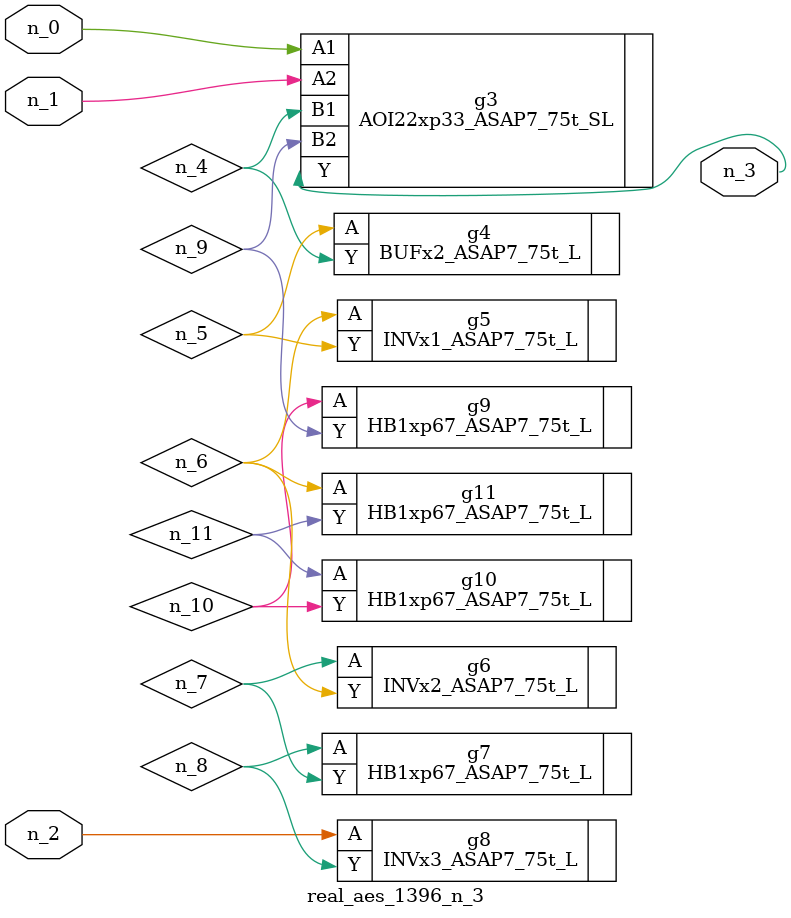
<source format=v>
module real_aes_1396_n_3 (n_0, n_2, n_1, n_3);
input n_0;
input n_2;
input n_1;
output n_3;
wire n_4;
wire n_5;
wire n_7;
wire n_9;
wire n_6;
wire n_8;
wire n_10;
wire n_11;
AOI22xp33_ASAP7_75t_SL g3 ( .A1(n_0), .A2(n_1), .B1(n_4), .B2(n_9), .Y(n_3) );
INVx3_ASAP7_75t_L g8 ( .A(n_2), .Y(n_8) );
BUFx2_ASAP7_75t_L g4 ( .A(n_5), .Y(n_4) );
INVx1_ASAP7_75t_L g5 ( .A(n_6), .Y(n_5) );
HB1xp67_ASAP7_75t_L g11 ( .A(n_6), .Y(n_11) );
INVx2_ASAP7_75t_L g6 ( .A(n_7), .Y(n_6) );
HB1xp67_ASAP7_75t_L g7 ( .A(n_8), .Y(n_7) );
HB1xp67_ASAP7_75t_L g9 ( .A(n_10), .Y(n_9) );
HB1xp67_ASAP7_75t_L g10 ( .A(n_11), .Y(n_10) );
endmodule
</source>
